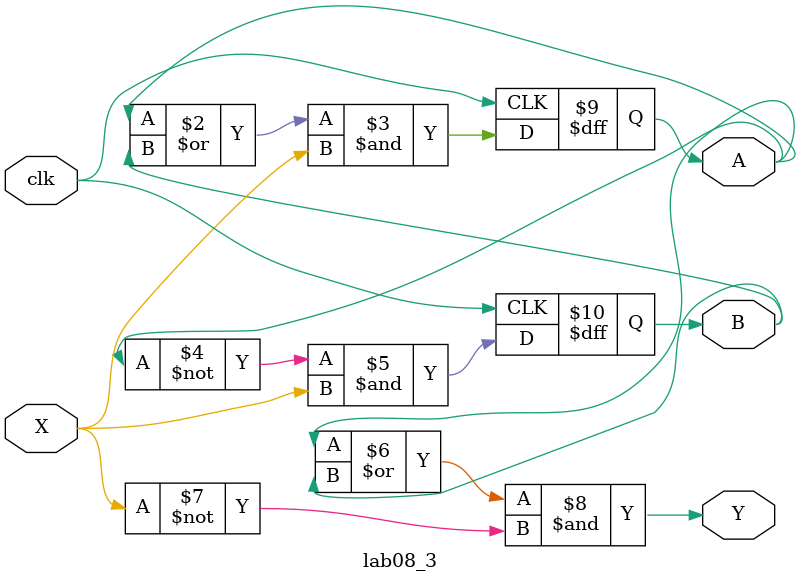
<source format=v>
module lab08_3(A,B,X,Y,clk);
	input X;
	input clk;
	output A;
	output B;
	output Y;
	
	reg A;
	reg B;
	
	always @(posedge clk) begin
		A<=(A|B)&X;
		B<=(~A)&X;
	end
	
	assign Y=(A|B)&(~X);
endmodule
</source>
